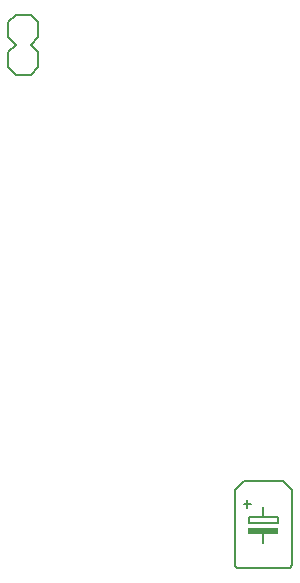
<source format=gbo>
G75*
%MOIN*%
%OFA0B0*%
%FSLAX25Y25*%
%IPPOS*%
%LPD*%
%AMOC8*
5,1,8,0,0,1.08239X$1,22.5*
%
%ADD10C,0.00600*%
%ADD11R,0.10000X0.02000*%
%ADD12C,0.00800*%
D10*
X0336750Y0153800D02*
X0336750Y0178300D01*
X0339750Y0181300D01*
X0352750Y0181300D01*
X0355750Y0178300D01*
X0355750Y0153800D01*
X0355748Y0153724D01*
X0355742Y0153648D01*
X0355733Y0153573D01*
X0355719Y0153498D01*
X0355702Y0153424D01*
X0355681Y0153351D01*
X0355657Y0153279D01*
X0355628Y0153208D01*
X0355597Y0153139D01*
X0355562Y0153072D01*
X0355523Y0153007D01*
X0355481Y0152943D01*
X0355436Y0152882D01*
X0355388Y0152823D01*
X0355337Y0152767D01*
X0355283Y0152713D01*
X0355227Y0152662D01*
X0355168Y0152614D01*
X0355107Y0152569D01*
X0355043Y0152527D01*
X0354978Y0152488D01*
X0354911Y0152453D01*
X0354842Y0152422D01*
X0354771Y0152393D01*
X0354699Y0152369D01*
X0354626Y0152348D01*
X0354552Y0152331D01*
X0354477Y0152317D01*
X0354402Y0152308D01*
X0354326Y0152302D01*
X0354250Y0152300D01*
X0338250Y0152300D01*
X0338174Y0152302D01*
X0338098Y0152308D01*
X0338023Y0152317D01*
X0337948Y0152331D01*
X0337874Y0152348D01*
X0337801Y0152369D01*
X0337729Y0152393D01*
X0337658Y0152422D01*
X0337589Y0152453D01*
X0337522Y0152488D01*
X0337457Y0152527D01*
X0337393Y0152569D01*
X0337332Y0152614D01*
X0337273Y0152662D01*
X0337217Y0152713D01*
X0337163Y0152767D01*
X0337112Y0152823D01*
X0337064Y0152882D01*
X0337019Y0152943D01*
X0336977Y0153007D01*
X0336938Y0153072D01*
X0336903Y0153139D01*
X0336872Y0153208D01*
X0336843Y0153279D01*
X0336819Y0153351D01*
X0336798Y0153424D01*
X0336781Y0153498D01*
X0336767Y0153573D01*
X0336758Y0153648D01*
X0336752Y0153724D01*
X0336750Y0153800D01*
X0346250Y0160800D02*
X0346250Y0164300D01*
X0346250Y0169300D02*
X0341450Y0169300D01*
X0341450Y0167300D01*
X0351050Y0167300D01*
X0351050Y0169300D01*
X0346250Y0169300D01*
X0346250Y0172800D01*
X0342150Y0173800D02*
X0339650Y0173800D01*
X0340850Y0172500D02*
X0340850Y0175100D01*
D11*
X0346250Y0164800D03*
D12*
X0268750Y0316800D02*
X0263750Y0316800D01*
X0261250Y0319300D01*
X0261250Y0324300D01*
X0263750Y0326800D01*
X0261250Y0329300D01*
X0261250Y0334300D01*
X0263750Y0336800D01*
X0268750Y0336800D01*
X0271250Y0334300D01*
X0271250Y0329300D01*
X0268750Y0326800D01*
X0271250Y0324300D01*
X0271250Y0319300D01*
X0268750Y0316800D01*
M02*

</source>
